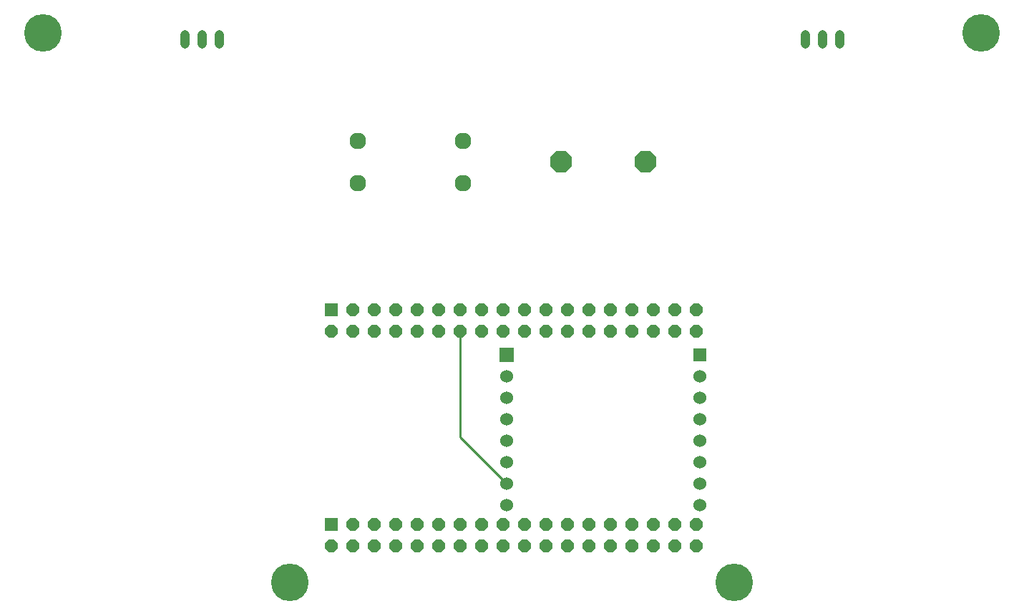
<source format=gbr>
G04 EAGLE Gerber RS-274X export*
G75*
%MOMM*%
%FSLAX34Y34*%
%LPD*%
%INBottom Copper*%
%IPPOS*%
%AMOC8*
5,1,8,0,0,1.08239X$1,22.5*%
G01*
%ADD10C,1.960000*%
%ADD11P,2.749271X8X202.500000*%
%ADD12R,1.524000X1.524000*%
%ADD13P,1.649562X8X22.500000*%
%ADD14R,1.676400X1.676400*%
%ADD15C,1.524000*%
%ADD16C,4.445000*%
%ADD17C,1.120000*%
%ADD18C,0.254000*%


D10*
X532400Y558400D03*
X532400Y508400D03*
X407400Y508400D03*
X407400Y558400D03*
D11*
X748538Y533400D03*
X648462Y533400D03*
D12*
X376600Y358400D03*
D13*
X376600Y333000D03*
X402000Y358400D03*
X402000Y333000D03*
X427400Y358400D03*
X427400Y333000D03*
X452800Y358400D03*
X452800Y333000D03*
X478200Y358400D03*
X478200Y333000D03*
X503600Y358400D03*
X503600Y333000D03*
X529000Y358400D03*
X529000Y333000D03*
X554400Y358400D03*
X554400Y333000D03*
X579800Y358400D03*
X579800Y333000D03*
X605200Y358400D03*
X605200Y333000D03*
X630600Y358400D03*
X630600Y333000D03*
X656000Y358400D03*
X656000Y333000D03*
X681400Y358400D03*
X681400Y333000D03*
X706800Y358400D03*
X706800Y333000D03*
X732200Y358400D03*
X732200Y333000D03*
X757600Y358400D03*
X757600Y333000D03*
X783000Y358400D03*
X783000Y333000D03*
X808400Y358400D03*
X808400Y333000D03*
D12*
X376600Y104400D03*
D13*
X376600Y79000D03*
X402000Y104400D03*
X402000Y79000D03*
X427400Y104400D03*
X427400Y79000D03*
X452800Y104400D03*
X452800Y79000D03*
X478200Y104400D03*
X478200Y79000D03*
X503600Y104400D03*
X503600Y79000D03*
X529000Y104400D03*
X529000Y79000D03*
X554400Y104400D03*
X554400Y79000D03*
X579800Y104400D03*
X579800Y79000D03*
X605200Y104400D03*
X605200Y79000D03*
X630600Y104400D03*
X630600Y79000D03*
X656000Y104400D03*
X656000Y79000D03*
X681400Y104400D03*
X681400Y79000D03*
X706800Y104400D03*
X706800Y79000D03*
X732200Y104400D03*
X732200Y79000D03*
X757600Y104400D03*
X757600Y79000D03*
X783000Y104400D03*
X783000Y79000D03*
X808400Y104400D03*
X808400Y79000D03*
D14*
X584200Y304800D03*
D15*
X584200Y279400D03*
X584200Y254000D03*
X584200Y228600D03*
X584200Y203200D03*
X584200Y177800D03*
X584200Y152400D03*
X584200Y127000D03*
X812800Y127000D03*
X812800Y152400D03*
X812800Y177800D03*
X812800Y203200D03*
X812800Y228600D03*
X812800Y254000D03*
X812800Y279400D03*
D12*
X812800Y304800D03*
D16*
X327660Y35560D03*
X35560Y685800D03*
X1145540Y685800D03*
X853440Y35560D03*
D17*
X243245Y673055D02*
X243245Y684255D01*
X223245Y684255D02*
X223245Y673055D01*
X203245Y673055D02*
X203245Y684255D01*
X977305Y684255D02*
X977305Y673055D01*
X957305Y673055D02*
X957305Y684255D01*
X937305Y684255D02*
X937305Y673055D01*
D18*
X529000Y333000D02*
X529000Y207600D01*
X584200Y152400D01*
M02*

</source>
